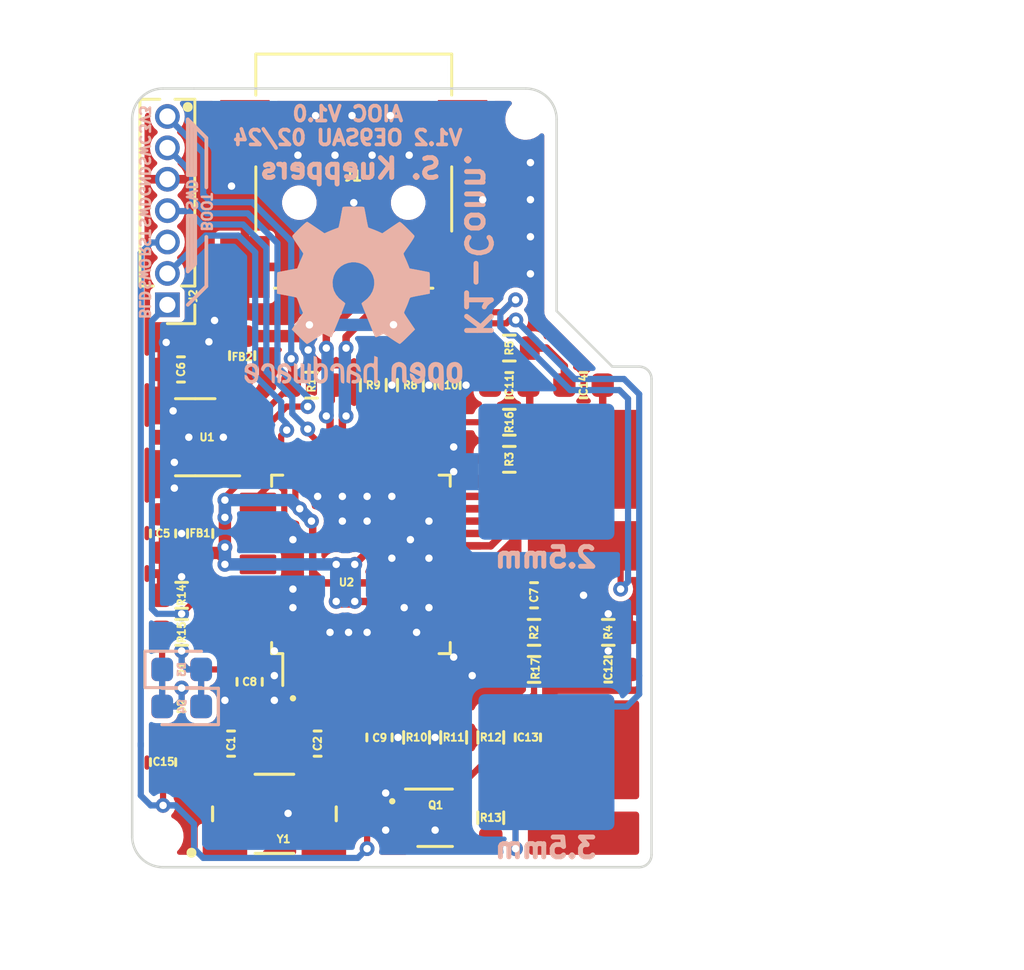
<source format=kicad_pcb>
(kicad_pcb (version 20221018) (generator pcbnew)
  (layers (0 "F.Cu" signal) (31 "B.Cu" signal) (34 "B.Paste" user) (35 "F.Paste" user) (36 "B.SilkS" user "B.Silkscreen") (37 "F.SilkS" user "F.Silkscreen") (38 "B.Mask" user) (39 "F.Mask" user) (44 "Edge.Cuts" user))
  (net 0 "")
  (net 1 "GND")
  (net 2 "/OSCIN")
  (net 3 "/OSCOUT")
  (net 4 "/SWCLK")
  (net 5 "/SWDIO")
  (net 6 "/USB-DP")
  (net 7 "/USB-DN")
  (net 8 "+3V3")
  (net 9 "/VIN")
  (net 10 "/VBUS")
  (net 11 "Net-(C12-Pad1)")
  (net 12 "Net-(C14-Pad1)")
  (net 13 "/USART-RX")
  (net 14 "/USART-TX")
  (net 15 "/PTT1")
  (net 16 "/PTT2")
  (net 17 "/AFIN")
  (net 18 "/RADIO-MIC")
  (net 19 "/RADIO-SPK")
  (net 20 "/AFOUT")
  (net 21 "/RADIO-RX-PTT1")
  (net 22 "/RADIO-TX")
  (net 23 "/RADIO-VP-PTT2")
  (net 24 "/NRST")
  (net 25 "/SWO")
  (net 26 "/BOOT0")
  (net 27 "/DAC_ATTEN")
  (net 47 "Net-(R15-Pad2)")
  (net 48 "Net-(Q1-Pad6)")
  (net 49 "Net-(Q1-Pad5)")
  (net 50 "Net-(Q1-Pad3)")
  (net 51 "Net-(Q1-Pad2)")
  (net 52 "Net-(D1-Pad2)")
  (net 53 "Net-(D1-Pad1)")
  (net 54 "VOUT")
  (footprint "Resistor_SMD:R_0603_1608Metric" (layer "F.Cu") (at 119.75 102 180)
    (fp_text reference "R2")
    (fp_text value "10K")
  )
  (footprint "LED_SMD:LED_0603_1608Metric" (layer "F.Cu") (at 105.5 105 180)
    (fp_text reference "D2")
    (fp_text value "RED")
  )
  (footprint "Capacitor_SMD:C_0603_1608Metric" (layer "F.Cu") (at 118.75 92 180)
    (fp_text reference "C11")
    (fp_text value "10n/NP0")
  )
  (footprint "Resistor_SMD:R_0603_1608Metric" (layer "F.Cu") (at 105.5 102)
    (fp_text reference "R15")
    (fp_text value "220R")
  )
  (footprint "Connector_USB:USB_Mini-B_Wuerth_65100516121_Horizontal" (layer "F.Cu") (at 112.4604 84.6176 180)
    (fp_text reference "J1")
    (fp_text value "12401832E402A")
  )
  (footprint "Capacitor_SMD:C_0603_1608Metric" (layer "F.Cu") (at 107.5 106.5 180)
    (fp_text reference "C1")
    (fp_text value "22p/NP0")
  )
  (footprint "LED_SMD:LED_0603_1608Metric" (layer "F.Cu") (at 105.5 103.5)
    (fp_text reference "D1")
    (fp_text value "GREEN")
  )
  (footprint "Capacitor_SMD:C_0603_1608Metric" (layer "F.Cu") (at 113.5 106.25 -90)
    (fp_text reference "C9")
    (fp_text value "100n")
  )
  (footprint "Capacitor_SMD:C_0603_1608Metric" (layer "F.Cu") (at 122.75 103.5)
    (fp_text reference "C12")
    (fp_text value "100n")
  )
  (footprint "Resistor_SMD:R_0603_1608Metric" (layer "F.Cu") (at 118 109.5 -90)
    (fp_text reference "R13")
    (fp_text value "22R")
  )
  (footprint "Inductor_SMD:L_0603_1608Metric" (layer "F.Cu") (at 107.95 90.8049 90)
    (fp_text reference "FB2")
    (fp_text value "600R@100MHz")
  )
  (footprint "Resistor_SMD:R_0603_1608Metric" (layer "F.Cu") (at 114.75 92 -90)
    (fp_text reference "R8")
    (fp_text value "220R")
  )
  (footprint "Resistor_SMD:R_0603_1608Metric" (layer "F.Cu") (at 116.5 106.25 -90)
    (fp_text reference "R11")
    (fp_text value "2.2K")
  )
  (footprint "Resistor_SMD:R_0603_1608Metric" (layer "F.Cu") (at 113.25 92 -90)
    (fp_text reference "R9")
    (fp_text value "220R")
  )
  (footprint "Package_QFP:LQFP-48_7x7mm_P0.5mm" (layer "F.Cu") (at 112.75 99.25 90)
    (fp_text reference "U2")
    (fp_text value "STM32F373CBTx")
  )
  (footprint "Capacitor_SMD:C_0603_1608Metric" (layer "F.Cu") (at 105.4732 91.3638 180)
    (fp_text reference "C6")
    (fp_text value "4.7u/10V/X5R")
  )
  (footprint "Resistor_SMD:R_0603_1608Metric" (layer "F.Cu") (at 122.75 102 180)
    (fp_text reference "R4")
    (fp_text value "220R")
  )
  (footprint "Inductor_SMD:L_0603_1608Metric" (layer "F.Cu") (at 106.25 98 90)
    (fp_text reference "FB1")
    (fp_text value "600R@100MHz")
  )
  (footprint "Capacitor_SMD:C_0603_1608Metric" (layer "F.Cu") (at 111 106.5)
    (fp_text reference "C2")
    (fp_text value "22p/NP0")
  )
  (footprint "Resistor_SMD:R_0603_1608Metric" (layer "F.Cu") (at 115 106.25 -90)
    (fp_text reference "R10")
    (fp_text value "2.2K")
  )
  (footprint "Resistor_SMD:R_0603_1608Metric" (layer "F.Cu") (at 110.75 92)
    (fp_text reference "R1")
    (fp_text value "1.5K")
  )
  (footprint "Capacitor_SMD:C_0603_1608Metric" (layer "F.Cu") (at 104.75 98 -90)
    (fp_text reference "C5")
    (fp_text value "4.7u/10V/X5R")
  )
  (footprint "Package_TO_SOT_SMD:SOT-363_SC-70-6" (layer "F.Cu") (at 115.75 109.5)
    (fp_text reference "Q1")
    (fp_text value "BC847BS")
  )
  (footprint "Capacitor_SMD:C_0603_1608Metric" (layer "F.Cu") (at 121.75 92)
    (fp_text reference "C14")
    (fp_text value "4.7u/10V/X5R")
  )
  (footprint "Resistor_SMD:R_0603_1608Metric" (layer "F.Cu") (at 119.75 103.5 180)
    (fp_text reference "R17")
    (fp_text value "N.M.")
  )
  (footprint "Resistor_SMD:R_0603_1608Metric" (layer "F.Cu") (at 118.75 90.5)
    (fp_text reference "R5")
    (fp_text value "2.2K")
  )
  (footprint "Capacitor_SMD:C_0603_1608Metric" (layer "F.Cu") (at 104.75 107.25 90)
    (fp_text reference "C15")
    (fp_text value "100n")
  )
  (footprint "Capacitor_SMD:C_0603_1608Metric" (layer "F.Cu") (at 119.75 100.5)
    (fp_text reference "C7")
    (fp_text value "4.7u/10V/X5R")
  )
  (footprint "Connector_PinHeader_1.27mm:PinHeader_1x07_P1.27mm_Vertical" (layer "F.Cu") (at 104.925 88.75 180)
    (fp_text reference "J2")
    (fp_text value "Conn_01x07_Male")
  )
  (footprint "Capacitor_SMD:C_0603_1608Metric" (layer "F.Cu") (at 108.25 104 -90)
    (fp_text reference "C8")
    (fp_text value "100n")
  )
  (footprint "Resistor_SMD:R_0603_1608Metric" (layer "F.Cu") (at 118.75 93.5)
    (fp_text reference "R16")
    (fp_text value "5.1K")
  )
  (footprint "Resistor_SMD:R_0603_1608Metric" (layer "F.Cu") (at 118.75 95)
    (fp_text reference "R3")
    (fp_text value "5.1K")
  )
  (footprint "AIOC:TOOLING-HOLE" (layer "F.Cu") (at 104.75 110.25)
    (fp_text reference "H2" hide)
    (fp_text value "ToolingHole")
  )
  (footprint "Capacitor_SMD:C_0603_1608Metric" (layer "F.Cu") (at 116.25 92 90)
    (fp_text reference "C10")
    (fp_text value "4.7u/10V/X5R")
  )
  (footprint "Resistor_SMD:R_0603_1608Metric" (layer "F.Cu") (at 105.5 100.5)
    (fp_text reference "R14")
    (fp_text value "2.2K")
  )
  (footprint "Package_TO_SOT_SMD:SOT-23-3" (layer "F.Cu") (at 106.0505 94.107 180)
    (fp_text reference "U1")
    (fp_text value "SOT-23-3")
  )
  (footprint "AIOC:TOOLING-HOLE" (layer "F.Cu") (at 119.413 81.25)
    (fp_text reference "H1" hide)
    (fp_text value "ToolingHole")
  )
  (footprint "Downloads:XTAL_ABM3B-8.000MHZ-10-D1G-T" (layer "F.Cu") (at 109.252 109.3408 90)
    (fp_text reference "Y1")
    (fp_text value "XTAL_ABM3B-8.000MHZ-10-D1G-T")
  )
  (footprint "Capacitor_SMD:C_0603_1608Metric" (layer "F.Cu") (at 119.5 106.25 -90)
    (fp_text reference "C13")
    (fp_text value "4.7u/10V/X5R")
  )
  (footprint "Resistor_SMD:R_0603_1608Metric" (layer "F.Cu") (at 118 106.25 -90)
    (fp_text reference "R12")
    (fp_text value "22R")
  )
  (footprint "LED_SMD:LED_0603_1608Metric" (layer "B.Cu") (at 105.5066 104.9976 180)
    (fp_text reference "D4")
    (fp_text value "N.M.")
  )
  (footprint "LED_SMD:LED_0603_1608Metric" (layer "B.Cu") (at 105.5065 103.499)
    (fp_text reference "D3")
    (fp_text value "N.M.")
  )
  (footprint "Symbol:OSHW-Logo2_9.8x8mm_SilkScreen" (layer "B.Cu") (at 112.4458 88.4936 180)
    (fp_text reference "REF**" hide)
    (fp_text value "OSHW-Logo2_9.8x8mm_SilkScreen" hide)
  )
  (gr_line (start 105.9 85.15) (end 105.9 87.25) (stroke (width 0.15)) (layer "B.SilkS"))
  (gr_line (start 105.75 87.4) (end 105.75 85.15) (stroke (width 0.15)) (layer "B.SilkS"))
  (gr_line (start 105.75 85.15) (end 106.05 85.15) (stroke (width 0.15)) (layer "B.SilkS"))
  (gr_line (start 105.75 88.75) (end 106.5 88) (stroke (width 0.15)) (layer "B.SilkS"))
  (gr_line (start 105.75 81.25) (end 106.5 82) (stroke (width 0.15)) (layer "B.SilkS"))
  (gr_line (start 105.75 83.5) (end 105.75 81.25) (stroke (width 0.15)) (layer "B.SilkS"))
  (gr_line (start 106.5 82) (end 106.5 84) (stroke (width 0.15)) (layer "B.SilkS"))
  (gr_line (start 105.75 83.5) (end 106.05 83.5) (stroke (width 0.15)) (layer "B.SilkS"))
  (gr_line (start 106.5 88) (end 106.5 86) (stroke (width 0.15)) (layer "B.SilkS"))
  (gr_line (start 106.05 87.1) (end 106.05 85.15) (stroke (width 0.15)) (layer "B.SilkS"))
  (gr_line (start 105.75 87.4) (end 106.05 87.1) (stroke (width 0.15)) (layer "B.SilkS"))
  (gr_line (start 105.9 81.4) (end 105.9 83.5) (stroke (width 0.15)) (layer "B.SilkS"))
  (gr_line (start 106.05 83.5) (end 106.05 81.55) (stroke (width 0.15)) (layer "B.SilkS"))
  (gr_circle (center 114.0156 108.831804) (end 114.031241 108.730204) (stroke (width 0.05)) (fill solid) (layer "F.SilkS"))
  (gr_circle (center 105.75 80.75) (end 105.85 80.75) (stroke (width 0.2)) (fill none) (layer "F.SilkS"))
  (gr_circle (center 110.0024 104.6674) (end 110.018041 104.5658) (stroke (width 0.05)) (fill solid) (layer "F.SilkS"))
  (gr_line (start 120.663 89) (end 120.663 81.25) (stroke (width 0.1)) (layer "Edge.Cuts"))
  (gr_line (start 103.5 110.25) (end 103.5 81.25) (stroke (width 0.1)) (layer "Edge.Cuts"))
  (gr_line (start 122.913 91.25) (end 124 91.25) (stroke (width 0.1)) (layer "Edge.Cuts"))
  (gr_line (start 124.5 91.75) (end 124.5 111) (stroke (width 0.1)) (layer "Edge.Cuts"))
  (gr_line (start 124 111.5) (end 104.75 111.5) (stroke (width 0.1)) (layer "Edge.Cuts"))
  (gr_arc (start 124.5 111) (mid 124.353553 111.353553) (end 124 111.5) (stroke (width 0.1)) (layer "Edge.Cuts"))
  (gr_line (start 122.913 91.25) (end 120.663 89) (stroke (width 0.1)) (layer "Edge.Cuts"))
  (gr_arc (start 119.413 80) (mid 120.296883 80.366117) (end 120.663 81.25) (stroke (width 0.1)) (layer "Edge.Cuts"))
  (gr_arc (start 103.5 81.25) (mid 103.866117 80.366117) (end 104.75 80) (stroke (width 0.1)) (layer "Edge.Cuts"))
  (gr_line (start 106 80) (end 119.413 80) (stroke (width 0.1)) (layer "Edge.Cuts"))
  (gr_arc (start 124 91.25) (mid 124.353553 91.396447) (end 124.5 91.75) (stroke (width 0.1)) (layer "Edge.Cuts"))
  (gr_line (start 106 80) (end 104.75 80) (stroke (width 0.1)) (layer "Edge.Cuts"))
  (gr_arc (start 104.75 111.5) (mid 103.866117 111.133883) (end 103.5 110.25) (stroke (width 0.1)) (layer "Edge.Cuts"))
  (gr_text "RST" (at 104 86.25 270) (layer "B.SilkS") (effects (font (size 0.4 0.4) (thickness 0.1)) (justify mirror)))
  (gr_text "SWD" (at 104 85 270) (layer "B.SilkS") (effects (font (size 0.4 0.4) (thickness 0.1)) (justify mirror)))
  (gr_text "SWO" (at 104 87.5 270) (layer "B.SilkS") (effects (font (size 0.4 0.4) (thickness 0.1)) (justify mirror)))
  (gr_text "GND" (at 104 83.75 270) (layer "B.SilkS") (effects (font (size 0.4 0.4) (thickness 0.1)) (justify mirror)))
  (gr_text "BLD" (at 104 88.75 270) (layer "B.SilkS") (effects (font (size 0.4 0.4) (thickness 0.1)) (justify mirror)))
  (gr_text "3V3" (at 104 81.25 270) (layer "B.SilkS") (effects (font (size 0.4 0.4) (thickness 0.1)) (justify mirror)))
  (gr_text "AIOC V1.0\nV1.2 OE9SAU 02/24" (at 112.2172 81.5086) (layer "B.SilkS") (effects (font (size 0.6 0.6)) (justify mirror)))
  (gr_text "3.5mm" (at 120.2182 110.7186) (layer "B.SilkS") (effects (font (size 0.8 0.8) (thickness 0.2)) (justify mirror)))
  (gr_text "SWD" (at 105.9 84.3 270) (layer "B.SilkS") (effects (font (size 0.4 0.4) (thickness 0.1)) (justify mirror)))
  (gr_text "S. Kueppers" (at 112.3188 83.2358) (layer "B.SilkS") (effects (font (size 0.8 0.8) (thickness 0.2)) (justify mirror)))
  (gr_text "K1-Conn." (at 117.475 86.3346 270) (layer "B.SilkS") (effects (font (size 1 1) (thickness 0.2)) (justify mirror)))
  (gr_text "2.5mm" (at 120.2182 98.9686) (layer "B.SilkS") (effects (font (size 0.8 0.8) (thickness 0.2)) (justify mirror)))
  (gr_text "SWC" (at 104 82.5 270) (layer "B.SilkS") (effects (font (size 0.4 0.4) (thickness 0.1)) (justify mirror)))
  (gr_text "BOOT" (at 106.5 85 270) (layer "B.SilkS") (effects (font (size 0.4 0.4) (thickness 0.1)) (justify mirror)))
  (segment (start 113.5 102.5) (end 113.5 103.4125) (width 0.3) (layer "F.Cu") (net 1))
  (segment (start 123.525 103.5) (end 123.525 102.05) (width 0.3) (layer "F.Cu") (net 1))
  (segment (start 113 102) (end 113.5 102.5) (width 0.3) (layer "F.Cu") (net 1))
  (segment (start 109.5 101.5) (end 110 101) (width 0.3) (layer "F.Cu") (net 1))
  (segment (start 123.525 102.05) (end 123.575 102) (width 0.25) (layer "F.Cu") (net 1))
  (segment (start 108.5875 101.5) (end 109.5 101.5) (width 0.3) (layer "F.Cu") (net 1))
  (via (at 114.25 106.25) (size 0.6) (drill 0.3) (layers "F.Cu" "B.Cu") (net 1))
  (via (at 115.5 97.5) (size 0.6) (drill 0.3) (layers "F.Cu" "B.Cu") (net 1))
  (via (at 113.20227 82.697193) (size 0.6) (drill 0.3) (layers "F.Cu" "B.Cu") (net 1))
  (via (at 116.5 94.5) (size 0.6) (drill 0.3) (layers "F.Cu" "B.Cu") (net 1))
  (via (at 119.6036 82.997) (size 0.6) (drill 0.3) (layers "F.Cu" "B.Cu") (net 1))
  (via (at 105.156 93.0402) (size 0.6) (drill 0.3) (layers "F.Cu" "B.Cu") (net 1))
  (via (at 105.2068 96.1644) (size 0.6) (drill 0.3) (layers "F.Cu" "B.Cu") (net 1))
  (via (at 115 102) (size 0.6) (drill 0.3) (layers "F.Cu" "B.Cu") (net 1))
  (via (at 113 96.5) (size 0.6) (drill 0.3) (layers "F.Cu" "B.Cu") (net 1))
  (via (at 110 100.25) (size 0.6) (drill 0.3) (layers "F.Cu" "B.Cu") (net 1))
  (via (at 119.6036 84.497) (size 0.6) (drill 0.3) (layers "F.Cu" "B.Cu") (net 1))
  (via (at 109.25 103.75) (size 0.6) (drill 0.3) (layers "F.Cu" "B.Cu") (net 1))
  (via (at 112.25 102) (size 0.6) (drill 0.3) (layers "F.Cu" "B.Cu") (net 1))
  (via (at 113.75 110) (size 0.6) (drill 0.3) (layers "F.Cu" "B.Cu") (net 1))
  (via (at 110.9168 81.0962) (size 0.6) (drill 0.3) (layers "F.Cu" "B.Cu") (net 1))
  (via (at 112 97.5) (size 0.6) (drill 0.3) (layers "F.Cu" "B.Cu") (net 1))
  (via (at 104.8766 90.2716) (size 0.6) (drill 0.3) (layers "F.Cu" "B.Cu") (net 1))
  (via (at 105.5 98) (size 0.6) (drill 0.3) (layers "F.Cu" "B.Cu") (net 1))
  (via (at 110 98.25) (size 0.6) (drill 0.3) (layers "F.Cu" "B.Cu") (net 1))
  (via (at 114 99) (size 0.6) (drill 0.3) (layers "F.Cu" "B.Cu") (net 1))
  (via (at 117.6732 84.4998) (size 0.6) (drill 0.3) (layers "F.Cu" "B.Cu") (net 1))
  (via (at 112.4604 84.6176) (size 0.6) (drill 0.3) (layers "F.Cu" "B.Cu") (net 1))
  (via (at 117 92) (size 0.6) (drill 0.3) (layers "F.Cu" "B.Cu") (net 1))
  (via (at 109.25 102.75) (size 0.6) (drill 0.3) (layers "F.Cu" "B.Cu") (net 1))
  (via (at 114.5 101) (size 0.6) (drill 0.3) (layers "F.Cu" "B.Cu") (net 1))
  (via (at 105.5 99.75) (size 0.6) (drill 0.3) (layers "F.Cu" "B.Cu") (net 1))
  (via (at 117.25 103.75) (size 0.6) (drill 0.3) (layers "F.Cu" "B.Cu") (net 1))
  (via (at 110 101) (size 0.6) (drill 0.3) (layers "F.Cu" "B.Cu") (net 1))
  (via (at 114 92) (size 0.6) (drill 0.3) (layers "F.Cu" "B.Cu") (net 1))
  (via (at 113 97.5) (size 0.6) (drill 0.3) (layers "F.Cu" "B.Cu") (net 1))
  (via (at 113 102) (size 0.6) (drill 0.3) (layers "F.Cu" "B.Cu") (net 1))
  (via (at 107.188 94.107) (size 0.6) (drill 0.3) (layers "F.Cu" "B.Cu") (net 1))
  (via (at 106.8324 89.3826) (size 0.6) (drill 0.3) (layers "F.Cu" "B.Cu") (net 1))
  (via (at 113.9394 81.0962) (size 0.6) (drill 0.3) (layers "F.Cu" "B.Cu") (net 1))
  (via (at 110.617 90.5764) (size 0.6) (drill 0.3) (layers "F.Cu" "B.Cu") (net 1))
  (via (at 107.25 104.75) (size 0.6) (drill 0.3) (layers "F.Cu" "B.Cu") (net 1))
  (via (at 112.39 81.0962) (size 0.6) (drill 0.3) (layers "F.Cu" "B.Cu") (net 1))
  (via (at 105.791 94.107) (size 0.6) (drill 0.3) (layers "F.Cu" "B.Cu") (net 1))
  (via (at 109.8042 109.3216) (size 0.6) (drill 0.3) (layers "F.Cu" "B.Cu") (net 1))
  (via (at 105.2068 95.123) (size 0.6) (drill 0.3) (layers "F.Cu" "B.Cu") (net 1))
  (via (at 121.75 100.5) (size 0.6) (drill 0.3) (layers "F.Cu" "B.Cu") (net 1))
  (via (at 116.5 95.5) (size 0.6) (drill 0.3) (layers "F.Cu" "B.Cu") (net 1))
  (via (at 114.75 98.25) (size 0.6) (drill 0.3) (layers "F.Cu" "B.Cu") (net 1))
  (via (at 115.75 110) (size 0.6) (drill 0.3) (layers "F.Cu" "B.Cu") (net 1))
  (via (at 114 96.5) (size 0.6) (drill 0.3) (layers "F.Cu" "B.Cu") (net 1))
  (via (at 113.75 108.5) (size 0.6) (drill 0.3) (layers "F.Cu" "B.Cu") (net 1))
  (via (at 114.7014 82.6964) (size 0.6) (drill 0.3) (layers "F.Cu" "B.Cu") (net 1))
  (via (at 112 96.5) (size 0.6) (drill 0.3) (layers "F.Cu" "B.Cu") (net 1))
  (via (at 116.5 103) (size 0.6) (drill 0.3) (layers "F.Cu" "B.Cu") (net 1))
  (via (at 107.5182 83.947) (size 0.6) (drill 0.3) (layers "F.Cu" "B.Cu") (net 1))
  (via (at 111.70227 82.697193) (size 0.6) (drill 0.3) (layers "F.Cu" "B.Cu") (net 1))
  (via (at 122.75 101.25) (size 0.6) (drill 0.3) (layers "F.Cu" "B.Cu") (net 1))
  (via (at 115.5 99) (size 0.6) (drill 0.3) (layers "F.Cu" "B.Cu") (net 1))
  (via (at 106.6038 90.2462) (size 0.6) (drill 0.3) (layers "F.Cu" "B.Cu") (net 1))
  (via (at 111 96.5) (size 0.6) (drill 0.3) (layers "F.Cu" "B.Cu") (net 1))
  (via (at 115.5 101) (size 0.6) (drill 0.3) (layers "F.Cu" "B.Cu") (net 1))
  (via (at 111.5 102) (size 0.6) (drill 0.3) (layers "F.Cu" "B.Cu") (net 1))
  (via (at 119.6036 85.997) (size 0.6) (drill 0.3) (layers "F.Cu" "B.Cu") (net 1))
  (via (at 109.25 104.75) (size 0.6) (drill 0.3) (layers "F.Cu" "B.Cu") (net 1))
  (via (at 115.5 92) (size 0.6) (drill 0.3) (layers "F.Cu" "B.Cu") (net 1))
  (via (at 119.6036 87.497) (size 0.6) (drill 0.3) (layers "F.Cu" "B.Cu") (net 1))
  (via (at 110.20227 82.697193) (size 0.6) (drill 0.3) (layers "F.Cu" "B.Cu") (net 1))
  (via (at 122.75 102.75) (size 0.6) (drill 0.3) (layers "F.Cu" "B.Cu") (net 1))
  (via (at 115.75 106.25) (size 0.6) (drill 0.3) (layers "F.Cu" "B.Cu") (net 1))
  (segment (start 108.9406 106.423004) (end 108.9406 110.2614) (width 0.25) (layer "F.Cu") (net 2))
  (segment (start 108.863604 106.5) (end 108.472183 106.5) (width 0.25) (layer "F.Cu") (net 2))
  (segment (start 108.6612 110.5408) (end 107.252 110.5408) (width 0.25) (layer "F.Cu") (net 2))
  (segment (start 110.363604 105) (end 108.863604 106.5) (width 0.25) (layer "F.Cu") (net 2))
  (segment (start 112 104.363604) (end 111.363604 105) (width 0.25) (layer "F.Cu") (net 2))
  (segment (start 112 103.4125) (end 112 104.363604) (width 0.25) (layer "F.Cu") (net 2))
  (segment (start 108.9406 110.2614) (end 108.6612 110.5408) (width 0.25) (layer "F.Cu") (net 2))
  (segment (start 108.951802 106.411802) (end 108.9406 106.423004) (width 0.2) (layer "F.Cu") (net 2))
  (segment (start 111.363604 105) (end 110.363604 105) (width 0.25) (layer "F.Cu") (net 2))
  (segment (start 108.525 106.5) (end 108.275 106.75) (width 0.25) (layer "F.Cu") (net 2))
  (segment (start 112.5 103.4125) (end 112.5 104.5) (width 0.25) (layer "F.Cu") (net 3))
  (segment (start 111.55 105.45) (end 110.55 105.45) (width 0.25) (layer "F.Cu") (net 3))
  (segment (start 112.5 104.5) (end 111.55 105.45) (width 0.25) (layer "F.Cu") (net 3))
  (segment (start 110.225 105.775) (end 110.225 107.1138) (width 0.25) (layer "F.Cu") (net 3))
  (segment (start 110.55 105.45) (end 110.225 105.775) (width 0.25) (layer "F.Cu") (net 3))
  (segment (start 110.225 107.1138) (end 111.252 108.1408) (width 0.25) (layer "F.Cu") (net 3))
  (segment (start 109.05 96.0375) (end 108.5875 96.5) (width 0.25) (layer "F.Cu") (net 4))
  (segment (start 110.6 92.866006) (end 109.743948 92.866006) (width 0.25) (layer "F.Cu") (net 4))
  (segment (start 109.743948 92.866006) (end 109.05 93.559954) (width 0.25) (layer "F.Cu") (net 4))
  (segment (start 109.05 93.559954) (end 109.05 96.0375) (width 0.25) (layer "F.Cu") (net 4))
  (via (at 110.6 92.866006) (size 0.6) (drill 0.3) (layers "F.Cu" "B.Cu") (net 4))
  (segment (start 109.375 86.257208) (end 108.167792 85.05) (width 0.25) (layer "B.Cu") (net 4))
  (segment (start 109.375 91.258884) (end 109.375 86.257208) (width 0.25) (layer "B.Cu") (net 4))
  (segment (start 108.167792 85.05) (end 106.505408 85.05) (width 0.25) (layer "B.Cu") (net 4))
  (segment (start 110.6 92.483884) (end 109.375 91.258884) (width 0.25) (layer "B.Cu") (net 4))
  (segment (start 105.925 83.42) (end 104.925 82.42) (width 0.25) (layer "B.Cu") (net 4))
  (segment (start 105.925 84.469592) (end 105.925 83.42) (width 0.25) (layer "B.Cu") (net 4))
  (segment (start 110.6 92.866006) (end 110.6 92.483884) (width 0.25) (layer "B.Cu") (net 4))
  (segment (start 106.505408 85.05) (end 105.925 84.469592) (width 0.25) (layer "B.Cu") (net 4))
  (segment (start 110.499747 93.784062) (end 111 94.284315) (width 0.25) (layer "F.Cu") (net 5))
  (segment (start 111 94.284315) (end 111 95.0875) (width 0.25) (layer "F.Cu") (net 5))
  (via (at 110.6 93.774076) (size 0.6) (drill 0.3) (layers "F.Cu" "B.Cu") (net 5))
  (segment (start 106.319012 85.5) (end 105.779012 84.96) (width 0.25) (layer "B.Cu") (net 5))
  (segment (start 110.6 93.774076) (end 109.975 93.149076) (width 0.25) (layer "B.Cu") (net 5))
  (segment (start 108.925 91.44528) (end 108.925 86.443604) (width 0.25) (layer "B.Cu") (net 5))
  (segment (start 107.981396 85.5) (end 106.319012 85.5) (width 0.25) (layer "B.Cu") (net 5))
  (segment (start 105.779012 84.96) (end 104.925 84.96) (width 0.25) (layer "B.Cu") (net 5))
  (segment (start 109.975 93.149076) (end 109.975 92.49528) (width 0.25) (layer "B.Cu") (net 5))
  (segment (start 108.925 86.443604) (end 107.981396 85.5) (width 0.25) (layer "B.Cu") (net 5))
  (segment (start 109.975 92.49528) (end 108.925 91.44528) (width 0.25) (layer "B.Cu") (net 5))
  (segment (start 111.575 92.625) (end 111.575 92) (width 0.25) (layer "F.Cu") (net 6))
  (segment (start 112.4604 88.849) (end 111.35 89.9594) (width 0.3) (layer "F.Cu") (net 6))
  (segment (start 111.35 93.25) (end 111.35 92.85) (width 0.25) (layer "F.Cu") (net 6))
  (segment (start 112.4604 87.2176) (end 112.4604 88.849) (width 0.3) (layer "F.Cu") (net 6))
  (segment (start 111.35 89.9594) (end 111.35 90.5) (width 0.3) (layer "F.Cu") (net 6))
  (segment (start 111.35 92.85) (end 111.575 92.625) (width 0.25) (layer "F.Cu") (net 6))
  (segment (start 111.5 95.0875) (end 111.5 93.4) (width 0.3) (layer "F.Cu") (net 6))
  (segment (start 111.5 93.4) (end 111.35 93.25) (width 0.3) (layer "F.Cu") (net 6))
  (via (at 111.35 90.5) (size 0.6) (drill 0.3) (layers "F.Cu" "B.Cu") (net 6))
  (via (at 111.35 93.25) (size 0.6) (drill 0.3) (layers "F.Cu" "B.Cu") (net 6))
  (segment (start 111.35 90.5) (end 111.4 90.55) (width 0.5) (layer "B.Cu") (net 6))
  (segment (start 111.4 90.55) (end 111.4 93.2) (width 0.5) (layer "B.Cu") (net 6))
  (segment (start 111.4 93.2) (end 111.35 93.25) (width 0.5) (layer "B.Cu") (net 6))
  (segment (start 112 95.0875) (end 112 93.4) (width 0.3) (layer "F.Cu") (net 7))
  (segment (start 113.2604 88.938) (end 112.15 90.0484) (width 0.3) (layer "F.Cu") (net 7))
  (segment (start 113.2604 87.2176) (end 113.2604 88.938) (width 0.3) (layer "F.Cu") (net 7))
  (segment (start 112.15 90.0484) (end 112.15 90.5) (width 0.3) (layer "F.Cu") (net 7))
  (segment (start 112 93.4) (end 112.15 93.25) (width 0.3) (layer "F.Cu") (net 7))
  (segment (start 112.15 90.619239) (end 112.15 90.5) (width 0.3) (layer "F.Cu") (net 7))
  (via (at 112.15 90.5) (size 0.6) (drill 0.3) (layers "F.Cu" "B.Cu") (net 7))
  (via (at 112.15 93.25) (size 0.6) (drill 0.3) (layers "F.Cu" "B.Cu") (net 7))
  (segment (start 112.1 93.2) (end 112.15 93.25) (width 0.5) (layer "B.Cu") (net 7))
  (segment (start 112.1 90.55) (end 112.1 93.2) (width 0.5) (layer "B.Cu") (net 7))
  (segment (start 112.15 90.5) (end 112.1 90.55) (width 0.5) (layer "B.Cu") (net 7))
  (segment (start 107.25 98.55) (end 107.25 99) (width 0.5) (layer "F.Cu") (net 8))
  (segment (start 116 96.5) (end 115.25 96.5) (width 0.3) (layer "F.Cu") (net 8))
  (segment (start 112.5 100.75) (end 113 100.75) (width 0.3) (layer "F.Cu") (net 8))
  (segment (start 112.5 100.75) (end 111.75 100.75) (width 0.5) (layer "F.Cu") (net 8))
  (segment (start 110.1 96.85) (end 110.75 97.5) (width 0.25) (layer "F.Cu") (net 8))
  (segment (start 110 102.25) (end 110.5 101.75) (width 0.3) (layer "F.Cu") (net 8))
  (segment (start 117.925 93.5) (end 116.25 93.5) (width 0.25) (layer "F.Cu") (net 8))
  (segment (start 114 103.4125) (end 114 104.5) (width 0.3) (layer "F.Cu") (net 8))
  (segment (start 108.6 95.851104) (end 108.6 93.325) (width 0.25) (layer "F.Cu") (net 8))
  (segment (start 115.5 95.0875) (end 115.5 96.25) (width 0.3) (layer "F.Cu") (net 8))
  (segment (start 110.8 99.3) (end 110.8 101.45) (width 0.3) (layer "F.Cu") (net 8))
  (segment (start 108.25 102.75) (end 108.5875 102.4125) (width 0.25) (layer "F.Cu") (net 8))
  (segment (start 110.25 102) (end 108.5875 102) (width 0.3) (layer "F.Cu") (net 8))
  (segment (start 110.8 99.55) (end 110.8 99.3) (width 0.3) (layer "F.Cu") (net 8))
  (segment (start 109.925 92) (end 109.925 91.075) (width 0.25) (layer "F.Cu") (net 8))
  (segment (start 108.6 93.325) (end 109.925 92) (width 0.25) (layer "F.Cu") (net 8))
  (segment (start 116.9125 96.5) (end 116 96.5) (width 0.3) (layer "F.Cu") (net 8))
  (segment (start 113 100.75) (end 114 101.75) (width 0.3) (layer "F.Cu") (net 8))
  (segment (start 107.0375 98.7875) (end 107.25 99) (width 0.5) (layer "F.Cu") (net 8))
  (segment (start 118 100) (end 116.9125 100) (width 0.3) (layer "F.Cu") (net 8))
  (segment (start 110 95.0875) (end 110 95.972919) (width 0.25) (layer "F.Cu") (net 8))
  (segment (start 110.2745 97) (end 110.8 97.5255) (width 0.3) (layer "F.Cu") (net 8))
  (segment (start 107.25 97.35) (end 107.25 98.55) (width 0.5) (layer "F.Cu") (net 8))
  (segment (start 109.925 91.075) (end 110 91) (width 0.25) (layer "F.Cu") (net 8))
  (segment (start 116.9125 100) (end 111.25 100) (width 0.3) (layer "F.Cu") (net 8))
  (segment (start 111.25 100) (end 110.8 99.55) (width 0.3) (layer "F.Cu") (net 8))
  (segment (start 110.8 97.5255) (end 110.8 99.3) (width 0.3) (layer "F.Cu") (net 8))
  (segment (start 107.25 96.65) (end 107.25 96.534315) (width 0.25) (layer "F.Cu") (net 8))
  (segment (start 115.25 96.5) (end 113.25 98.5) (width 0.3) (layer "F.Cu") (net 8))
  (segment (start 116.25 93.5) (end 116.25 92.8625) (width 0.3) (layer "F.Cu") (net 8))
  (segment (start 118.5 100.5) (end 118 100) (width 0.3) (layer "F.Cu") (net 8))
  (segment (start 107.25 97.35) (end 107.25 96.65) (width 0.5) (layer "F.Cu") (net 8))
  (segment (start 112.5 99.25) (end 111.75 99.25) (width 0.5) (layer "F.Cu") (net 8))
  (segment (start 108.426104 96.025) (end 108.6 95.851104) (width 0.25) (layer "F.Cu") (net 8))
  (segment (start 107.25 96.534315) (end 107.759315 96.025) (width 0.25) (layer "F.Cu") (net 8))
  (segment (start 113.25 98.5) (end 112.5 99.25) (width 0.3) (layer "F.Cu") (net 8))
  (segment (start 113.5 105) (end 113.5 105.3875) (width 0.3) (layer "F.Cu") (net 8))
  (segment (start 115.5 95.0875) (end 115.5 94.25) (width 0.3) (layer "F.Cu") (net 8))
  (segment (start 110.5 101.75) (end 110.25 102) (width 0.3) (layer "F.Cu") (net 8))
  (segment (start 114 101.75) (end 114 103.4125) (width 0.3) (layer "F.Cu") (net 8))
  (segment (start 118.975 100.5) (end 118.5 100.5) (width 0.3) (layer "F.Cu") (net 8))
  (segment (start 110 95.972919) (end 110.1 96.072919) (width 0.25) (layer "F.Cu") (net 8))
  (segment (start 106.25 98.7875) (end 107.0375 98.7875) (width 0.5) (layer "F.Cu") (net 8))
  (segment (start 108.25 103.225) (end 108.25 102.75) (width 0.25) (layer "F.Cu") (net 8))
  (segment (start 107.25 99) (end 107.25 99.25) (width 0.5) (layer "F.Cu") (net 8))
  (segment (start 110 103.4125) (end 110 102.25) (width 0.3) (layer "F.Cu") (net 8))
  (segment (start 115.5 94.25) (end 116.25 93.5) (width 0.3) (layer "F.Cu") (net 8))
  (segment (start 114 104.5) (end 113.5 105) (width 0.3) (layer "F.Cu") (net 8))
  (segment (start 110.8 101.45) (end 110.5 101.75) (width 0.3) (layer "F.Cu") (net 8))
  (segment (start 107.759315 96.025) (end 108.426104 96.025) (width 0.25) (layer "F.Cu") (net 8))
  (segment (start 115.5 96.25) (end 115.25 96.5) (width 0.3) (layer "F.Cu") (net 8))
  (segment (start 107.2642 96.6358) (end 107.25 96.65) (width 0.2) (layer "F.Cu") (net 8))
  (segment (start 110.1 96.072919) (end 110.1 96.85) (width 0.25) (layer "F.Cu") (net 8))
  (segment (start 108.5875 102.4125) (end 108.5875 102) (width 0.25) (layer "F.Cu") (net 8))
  (via (at 110.2745 97) (size 0.6) (drill 0.3) (layers "F.Cu" "B.Cu") (net 8))
  (via (at 111.75 99.25) (size 0.6) (drill 0.3) (layers "F.Cu" "B.Cu") (net 8))
  (via (at 109.9312 90.932) (size 0.6) (drill 0.3) (layers "F.Cu" "B.Cu") (net 8))
  (via (at 112.5 99.25) (size 0.6) (drill 0.3) (layers "F.Cu" "B.Cu") (net 8))
  (via (at 107.25 99.25) (size 0.6) (drill 0.3) (layers "F.Cu" "B.Cu") (net 8))
  (via (at 110.75 97.5) (size 0.6) (drill 0.3) (layers "F.Cu" "B.Cu") (net 8))
  (via (at 111.75 100.75) (size 0.6) (drill 0.3) (layers "F.Cu" "B.Cu") (net 8))
  (via (at 107.25 96.65) (size 0.6) (drill 0.3) (layers "F.Cu" "B.Cu") (net 8))
  (via (at 107.25 98.55) (size 0.6) (drill 0.3) (layers "F.Cu" "B.Cu") (net 8))
  (via (at 112.5 100.75) (size 0.6) (drill 0.3) (layers "F.Cu" "B.Cu") (net 8))
  (via (at 107.25 97.35) (size 0.6) (drill 0.3) (layers "F.Cu" "B.Cu") (net 8))
  (segment (start 106.375 82.6) (end 106.375 84.283196) (width 0.25) (layer "B.Cu") (net 8))
  (segment (start 108.354188 84.6) (end 109.8804 86.126212) (width 0.25) (layer "B.Cu") (net 8))
  (segment (start 112.5 99.25) (end 112.5 100.75) (width 0.5) (layer "B.Cu") (net 8))
  (segment (start 109.8804 86.1314) (end 109.9312 86.1822) (width 0.25) (layer "B.Cu") (net 8))
  (segment (start 106.375 84.283196) (end 106.691804 84.6) (width 0.25) (layer "B.Cu") (net 8))
  (segment (start 110.2745 97) (end 110.25 97) (width 0.5) (layer "B.Cu") (net 8))
  (segment (start 107.25 99.25) (end 107.25 98.55) (width 0.5) (layer "B.Cu") (net 8))
  (segment (start 109.8804 90.8804) (end 110 91) (width 0.25) (layer "B.Cu") (net 8))
  (segment (start 109.8804 86.126212) (end 109.8804 86.1314) (width 0.25) (layer "B.Cu") (net 8))
  (segment (start 107.25 96.65) (end 107.25 97.35) (width 0.5) (layer "B.Cu") (net 8))
  (segment (start 112.1 99.25) (end 112.1 100.75) (width 0.5) (layer "B.Cu") (net 8))
  (segment (start 111.75 99.25) (end 112.25 99.25) (width 0.5) (layer "B.Cu") (net 8))
  (segment (start 110.25 97) (end 110.75 97.5) (width 0.5) (layer "B.Cu") (net 8))
  (segment (start 111.75 99.25) (end 111.75 100.75) (width 0.5) (layer "B.Cu") (net 8))
  (segment (start 111.75 99.25) (end 107.25 99.25) (width 0.5) (layer "B.Cu") (net 8))
  (segment (start 107.25 96.65) (end 109.9 96.65) (width 0.5) (layer "B.Cu") (net 8))
  (segment (start 106.691804 84.6) (end 108.354188 84.6) (width 0.25) (layer "B.Cu") (net 8))
  (segment (start 112.25 99.25) (end 112.5 99.25) (width 0.5) (layer "B.Cu") (net 8))
  (segment (start 104.925 81.15) (end 106.375 82.6) (width 0.25) (layer "B.Cu") (net 8))
  (segment (start 109.9 96.65) (end 110.75 97.5) (width 0.5) (layer "B.Cu") (net 8))
  (segment (start 109.9312 86.1822) (end 109.9312 90.8804) (width 0.25) (layer "B.Cu") (net 8))
  (segment (start 107.6962 91.8972) (end 106.7816 91.8972) (width 0.5) (layer "F.Cu") (net 9))
  (segment (start 106.7816 91.8972) (end 106.2482 91.3638) (width 0.5) (layer "F.Cu") (net 9))
  (segment (start 107.95 91.5924) (end 107.7214 91.3638) (width 0.2) (layer "F.Cu") (net 9))
  (segment (start 107.188 93.157) (end 107.9246 92.4204) (width 0.5) (layer "F.Cu") (net 9))
  (segment (start 107.9246 92.4204) (end 107.9246 91.6688) (width 0.5) (layer "F.Cu") (net 9))
  (segment (start 107.9246 91.6688) (end 107.6962 91.8972) (width 0.5) (layer "F.Cu") (net 9))
  (segment (start 107.9246 91.6688) (end 107.95 91.6434) (width 0.2) (layer "F.Cu") (net 9))
  (segment (start 107.95 91.6434) (end 107.95 91.5924) (width 0.2) (layer "F.Cu") (net 9))
  (segment (start 108.0008 90.0176) (end 110.2106 90.0176) (width 0.5) (layer "F.Cu") (net 10))
  (segment (start 110.2106 90.0176) (end 110.6678 89.5604) (width 0.5) (layer "F.Cu") (net 10))
  (segment (start 114.0918 89.5544) (end 114.0604 89.523) (width 0.2) (layer "F.Cu") (net 10))
  (segment (start 114.0604 89.523) (end 114.0604 87.2176) (width 0.5) (layer "F.Cu") (net 10))
  (via (at 110.6678 89.5604) (size 0.6) (drill 0.3) (layers "F.Cu" "B.Cu") (net 10))
  (via (at 114.0664 89.5544) (size 0.6) (drill 0.3) (layers "F.Cu" "B.Cu") (net 10))
  (segment (start 114.0604 89.5604) (end 114.0664 89.5544) (width 0.2) (layer "B.Cu") (net 10))
  (segment (start 110.6678 89.5604) (end 114.0604 89.5604) (width 0.5) (layer "B.Cu") (net 10))
  (segment (start 120.575 102) (end 121.925 102) (width 0.25) (layer "F.Cu") (net 11))
  (segment (start 120.575 103.5) (end 121.975 103.5) (width 0.25) (layer "F.Cu") (net 11))
  (segment (start 119.5 105.475) (end 119.5 104.75) (width 0.25) (layer "F.Cu") (net 11))
  (segment (start 121.925 102) (end 121.925 103.45) (width 0.25) (layer "F.Cu") (net 11))
  (segment (start 119.5 104.75) (end 119.75 104.5) (width 0.25) (layer "F.Cu") (net 11))
  (segment (start 119.75 104.5) (end 119.75 103.75) (width 0.25) (layer "F.Cu") (net 11))
  (segment (start 120 103.5) (end 120.575 103.5) (width 0.25) (layer "F.Cu") (net 11))
  (segment (start 119.75 103.75) (end 120 103.5) (width 0.25) (layer "F.Cu") (net 11))
  (segment (start 121.925 103.45) (end 121.975 103.5) (width 0.25) (layer "F.Cu") (net 11))
  (segment (start 120.975 91.225) (end 120.25 90.5) (width 0.3) (layer "F.Cu") (net 12))
  (segment (start 120.25 90.5) (end 119.575 90.5) (width 0.3) (layer "F.Cu") (net 12))
  (segment (start 120.975 92) (end 120.975 91.225) (width 0.3) (layer "F.Cu") (net 12))
  (segment (start 112.5 94.113604) (end 113.25 93.363604) (width 0.25) (layer "F.Cu") (net 13))
  (segment (start 113.25 93.363604) (end 113.25 92.9125) (width 0.25) (layer "F.Cu") (net 13))
  (segment (start 112.5 95.0875) (end 112.5 94.113604) (width 0.25) (layer "F.Cu") (net 13))
  (segment (start 113.5 93.75) (end 114.5 93.75) (width 0.25) (layer "F.Cu") (net 14))
  (segment (start 114.75 93.5) (end 114.75 92.9125) (width 0.25) (layer "F.Cu") (net 14))
  (segment (start 113 94.25) (end 113.5 93.75) (width 0.25) (layer "F.Cu") (net 14))
  (segment (start 114.5 93.75) (end 114.75 93.5) (width 0.25) (layer "F.Cu") (net 14))
  (segment (start 113 95.0875) (end 113 94.25) (width 0.25) (layer "F.Cu") (net 14))
  (segment (start 116.5 104.75) (end 116.5 105.3375) (width 0.25) (layer "F.Cu") (net 15))
  (segment (start 115.25 104.5) (end 116.25 104.5) (width 0.25) (layer "F.Cu") (net 15))
  (segment (start 116.25 104.5) (end 116.5 104.75) (width 0.25) (layer "F.Cu") (net 15))
  (segment (start 115 104.25) (end 115.25 104.5) (width 0.25) (layer "F.Cu") (net 15))
  (segment (start 115 103.4125) (end 115 104.25) (width 0.25) (layer "F.Cu") (net 15))
  (segment (start 115 104.886396) (end 115 105.425) (width 0.25) (layer "F.Cu") (net 16))
  (segment (start 114.5 103.4125) (end 114.5 104.386396) (width 0.25) (layer "F.Cu") (net 16))
  (segment (start 114.5 104.386396) (end 115 104.886396) (width 0.25) (layer "F.Cu") (net 16))
  (segment (start 118.75 97.75) (end 118.75 97.05) (width 0.3) (layer "F.Cu") (net 17))
  (segment (start 119 92) (end 119.525 92) (width 0.25) (layer "F.Cu") (net 17))
  (segment (start 117.925 90.5) (end 118.5 90.5) (width 0.25) (layer "F.Cu") (net 17))
  (segment (start 118.75 90.75) (end 118.75 91.75) (width 0.25) (layer "F.Cu") (net 17))
  (segment (start 118 98.5) (end 118.75 97.75) (width 0.3) (layer "F.Cu") (net 17))
  (segment (start 119.575 92.05) (end 119.525 92) (width 0.3) (layer "F.Cu") (net 17))
  (segment (start 118.75 97.05) (end 119.575 96.225) (width 0.3) (layer "F.Cu") (net 17))
  (segment (start 119.575 96.225) (end 119.575 93.5) (width 0.3) (layer "F.Cu") (net 17))
  (segment (start 119.575 93.5) (end 119.575 92.05) (width 0.3) (layer "F.Cu") (net 17))
  (segment (start 116.9125 98.5) (end 118 98.5) (width 0.3) (layer "F.Cu") (net 17))
  (segment (start 118.75 91.75) (end 119 92) (width 0.25) (layer "F.Cu") (net 17))
  (segment (start 118.5 90.5) (end 118.75 90.75) (width 0.25) (layer "F.Cu") (net 17))
  (segment (start 119.5 108.375) (end 120 108.875) (width 0.25) (layer "F.Cu") (net 18))
  (segment (start 119.5 107.025) (end 119.5 108.375) (width 0.25) (layer "F.Cu") (net 18))
  (segment (start 120 108.875) (end 120 109.75) (width 0.25) (layer "F.Cu") (net 18))
  (segment (start 122.525 92) (end 122.525 93.975) (width 0.3) (layer "F.Cu") (net 19))
  (segment (start 122.525 93.975) (end 122.5 94) (width 0.25) (layer "F.Cu") (net 19))
  (segment (start 118 101.5) (end 118.425 101.925) (width 0.25) (layer "F.Cu") (net 20))
  (segment (start 116.9125 101.5) (end 118 101.5) (width 0.25) (layer "F.Cu") (net 20))
  (segment (start 118.425 101.925) (end 119 101.925) (width 0.25) (layer "F.Cu") (net 20))
  (segment (start 115.116116 90.25) (end 114.75 90.616116) (width 0.25) (layer "F.Cu") (net 21))
  (segment (start 118.628536 89.5) (end 117.216682 89.5) (width 0.25) (layer "F.Cu") (net 21))
  (segment (start 119.011829 89.364195) (end 118.764341 89.364195) (width 0.25) (layer "F.Cu") (net 21))
  (segment (start 117.216682 89.5) (end 116.466682 90.25) (width 0.25) (layer "F.Cu") (net 21))
  (segment (start 119 110.75) (end 119 109) (width 0.25) (layer "F.Cu") (net 21))
  (segment (start 118.5875 108.5875) (end 118 108.5875) (width 0.25) (layer "F.Cu") (net 21))
  (segment (start 116.466682 90.25) (end 115.116116 90.25) (width 0.25) (layer "F.Cu") (net 21))
  (segment (start 114.75 90.616116) (end 114.75 91.0875) (width 0.25) (layer "F.Cu") (net 21))
  (segment (start 118.764341 89.364195) (end 118.628536 89.5) (width 0.25) (layer "F.Cu") (net 21))
  (segment (start 119 109) (end 118.5875 108.5875) (width 0.25) (layer "F.Cu") (net 21))
  (via (at 119 110.75) (size 0.6) (drill 0.3) (layers "F.Cu" "B.Cu") (net 21))
  (via (at 119.011829 89.364195) (size 0.6) (drill 0.3) (layers "F.Cu" "B.Cu") (net 21))
  (segment (start 124 92.363604) (end 123.386396 91.75) (width 0.25) (layer "B.Cu") (net 21))
  (segment (start 121.397634 91.75) (end 119.011829 89.364195) (width 0.25) (layer "B.Cu") (net 21))
  (segment (start 124 103.75) (end 124 92.363604) (width 0.25) (layer "B.Cu") (net 21))
  (segment (start 123.386396 91.75) (end 121.397634 91.75) (width 0.25) (layer "B.Cu") (net 21))
  (segment (start 123.5 105) (end 122.5 105) (width 0.25) (layer "B.Cu") (net 21))
  (segment (start 124 104.5) (end 123.5 105) (width 0.25) (layer "B.Cu") (net 21))
  (segment (start 124 103.75) (end 124 104.5) (width 0.25) (layer "B.Cu") (net 21))
  (segment (start 119 110.75) (end 119 109) (width 0.25) (layer "B.Cu") (net 21))
  (segment (start 123.25 100.25) (end 123.25 98.75) (width 0.25) (layer "F.Cu") (net 22))
  (segment (start 117.030286 89.05) (end 118.44214 89.05) (width 0.25) (layer "F.Cu") (net 22))
  (segment (start 113.5 90.25) (end 114.47972 90.25) (width 0.25) (layer "F.Cu") (net 22))
  (segment (start 118.944408 88.547732) (end 119.003182 88.547732) (width 0.25) (layer "F.Cu") (net 22))
  (segment (start 114.47972 90.25) (end 114.97972 89.75) (width 0.25) (layer "F.Cu") (net 22))
  (segment (start 113.25 91.0875) (end 113.25 90.5) (width 0.25) (layer "F.Cu") (net 22))
  (segment (start 118.44214 89.05) (end 118.944408 88.547732) (width 0.25) (layer "F.Cu") (net 22))
  (segment (start 116.330286 89.75) (end 117.030286 89.05) (width 0.25) (layer "F.Cu") (net 22))
  (segment (start 114.97972 89.75) (end 116.330286 89.75) (width 0.25) (layer "F.Cu") (net 22))
  (segment (start 113.25 90.5) (end 113.5 90.25) (width 0.25) (layer "F.Cu") (net 22))
  (via (at 123.25 100.25) (size 0.6) (drill 0.3) (layers "F.Cu" "B.Cu") (net 22))
  (via (at 119.003182 88.547732) (size 0.6) (drill 0.3) (layers "F.Cu" "B.Cu") (net 22))
  (segment (start 118.739195 89.989195) (end 118.386829 89.636829) (width 0.25) (layer "B.Cu") (net 22))
  (segment (start 123.2 92.2) (end 121.211238 92.2) (width 0.25) (layer "B.Cu") (net 22))
  (segment (start 123.55 92.55) (end 123.2 92.2) (width 0.25) (layer "B.Cu") (net 22))
  (segment (start 118.386829 89.636829) (end 118.386829 89.105311) (width 0.25) (layer "B.Cu") (net 22))
  (segment (start 118.386829 89.105311) (end 118.944408 88.547732) (width 0.25) (layer "B.Cu") (net 22))
  (segment (start 118.944408 88.547732) (end 119.003182 88.547732) (width 0.25) (layer "B.Cu") (net 22))
  (segment (start 123.55 99.95) (end 123.55 92.55) (width 0.25) (layer "B.Cu") (net 22))
  (segment (start 121.211238 92.2) (end 119.000433 89.989195) (width 0.25) (layer "B.Cu") (net 22))
  (segment (start 123.25 100.25) (end 123.55 99.95) (width 0.25) (layer "B.Cu") (net 22))
  (segment (start 119.000433 89.989195) (end 118.739195 89.989195) (width 0.25) (layer "B.Cu") (net 22))
  (segment (start 118.25 106.25) (end 122 106.25) (width 0.25) (layer "F.Cu") (net 23))
  (segment (start 118 105.3375) (end 118 106) (width 0.25) (layer "F.Cu") (net 23))
  (segment (start 118 106) (end 118.25 106.25) (width 0.25) (layer "F.Cu") (net 23))
  (segment (start 112.6 105.122183) (end 113 104.722183) (width 0.25) (layer "F.Cu") (net 24))
  (segment (start 112.6 107.377817) (end 112.6 105.122183) (width 0.25) (layer "F.Cu") (net 24))
  (segment (start 104.75 109) (end 104.75 108.025) (width 0.25) (layer "F.Cu") (net 24))
  (segment (start 113 110.75) (end 113 107.777817) (width 0.25) (layer "F.Cu") (net 24))
  (segment (start 113 107.777817) (end 112.6 107.377817) (width 0.25) (layer "F.Cu") (net 24))
  (segment (start 113 104.722183) (end 113 103.4125) (width 0.25) (layer "F.Cu") (net 24))
  (via (at 113 110.75) (size 0.6) (drill 0.3) (layers "F.Cu" "B.Cu") (net 24))
  (via (at 104.75 109) (size 0.6) (drill 0.3) (layers "F.Cu" "B.Cu") (net 24))
  (segment (start 104.75 109) (end 105.25 109) (width 0.25) (layer "B.Cu") (net 24))
  (segment (start 106.375 111.125) (end 106 110.75) (width 0.25) (layer "B.Cu") (net 24))
  (segment (start 113 110.75) (end 112.625 111.125) (width 0.25) (layer "B.Cu") (net 24))
  (segment (start 104.925 86.23) (end 104.27 86.23) (width 0.25) (layer "B.Cu") (net 24))
  (segment (start 103.85 108.6) (end 103.85 106.5) (width 0.25) (layer "B.Cu") (net 24))
  (segment (start 106 110.75) (end 106 109.75) (width 0.25) (layer "B.Cu") (net 24))
  (segment (start 104.25 109) (end 103.85 108.6) (width 0.25) (layer "B.Cu") (net 24))
  (segment (start 105.875 109.625) (end 105.25 109) (width 0.25) (layer "B.Cu") (net 24))
  (segment (start 112.625 111.125) (end 106.375 111.125) (width 0.25) (layer "B.Cu") (net 24))
  (segment (start 103.85 86.65) (end 103.85 106.6) (width 0.25) (layer "B.Cu") (net 24))
  (segment (start 104.27 86.23) (end 103.85 86.65) (width 0.25) (layer "B.Cu") (net 24))
  (segment (start 106 109.75) (end 105.875 109.625) (width 0.25) (layer "B.Cu") (net 24))
  (segment (start 105.25 109) (end 104.25 109) (width 0.25) (layer "B.Cu") (net 24))
  (segment (start 109.390685 97.5) (end 108.5875 97.5) (width 0.25) (layer "F.Cu") (net 25))
  (segment (start 109.75 93.819338) (end 109.525 94.044338) (width 0.25) (layer "F.Cu") (net 25))
  (segment (start 109.525 96.134315) (end 109.65 96.259315) (width 0.25) (layer "F.Cu") (net 25))
  (segment (start 109.525 94.044338) (end 109.525 96.134315) (width 0.25) (layer "F.Cu") (net 25))
  (segment (start 109.65 96.259315) (end 109.65 97.240685) (width 0.25) (layer "F.Cu") (net 25))
  (segment (start 109.65 97.240685) (end 109.390685 97.5) (width 0.25) (layer "F.Cu") (net 25))
  (via (at 109.75 93.819338) (size 0.6) (drill 0.3) (layers "F.Cu" "B.Cu") (net 25))
  (segment (start 108.475 86.63) (end 107.795 85.95) (width 0.25) (layer "B.Cu") (net 25))
  (segment (start 109.525 93.335472) (end 109.525 92.681676) (width 0.25) (layer "B.Cu") (net 25))
  (segment (start 109.75 93.819338) (end 109.75 93.560472) (width 0.25) (layer "B.Cu") (net 25))
  (segment (start 108.475 91.631676) (end 108.475 86.63) (width 0.25) (layer "B.Cu") (net 25))
  (segment (start 109.525 92.681676) (end 108.475 91.631676) (width 0.25) (layer "B.Cu") (net 25))
  (segment (start 106.475 85.95) (end 104.925 87.5) (width 0.25) (layer "B.Cu") (net 25))
  (segment (start 109.75 93.560472) (end 109.525 93.335472) (width 0.25) (layer "B.Cu") (net 25))
  (segment (start 107.795 85.95) (end 106.475 85.95) (width 0.25) (layer "B.Cu") (net 25))
  (segment (start 107.363604 100) (end 106.863604 100.5) (width 0.25) (layer "F.Cu") (net 26))
  (segment (start 108.5875 100) (end 107.363604 100) (width 0.25) (layer "F.Cu") (net 26))
  (segment (start 106.863604 100.5) (end 106.325 100.5) (width 0.25) (layer "F.Cu") (net 26))
  (segment (start 105.5 101.25) (end 106.25 100.5) (width 0.25) (layer "F.Cu") (net 26))
  (segment (start 106.25 100.5) (end 106.325 100.5) (width 0.25) (layer "F.Cu") (net 26))
  (via (at 105.5 101.25) (size 0.6) (drill 0.3) (layers "F.Cu" "B.Cu") (net 26))
  (segment (start 104.3 101.05) (end 104.5 101.25) (width 0.25) (layer "B.Cu") (net 26))
  (segment (start 104.3 89.395) (end 104.3 101.05) (width 0.25) (layer "B.Cu") (net 26))
  (segment (start 104.925 88.77) (end 104.3 89.395) (width 0.25) (layer "B.Cu") (net 26))
  (segment (start 104.5 101.25) (end 105.5 101.25) (width 0.25) (layer "B.Cu") (net 26))
  (segment (start 116.9125 102) (end 117.75 102) (width 0.25) (layer "F.Cu") (net 27))
  (segment (start 117.75 102) (end 118 102.25) (width 0.25) (layer "F.Cu") (net 27))
  (segment (start 118.5 103.5) (end 118.925 103.5) (width 0.25) (layer "F.Cu") (net 27))
  (segment (start 118 102.25) (end 118 103) (width 0.25) (layer "F.Cu") (net 27))
  (segment (start 118 103) (end 118.5 103.5) (width 0.25) (layer "F.Cu") (net 27))
  (segment (start 106.9 102) (end 106.325 102) (width 0.25) (layer "F.Cu") (net 47))
  (segment (start 108.5875 100.5) (end 107.5 100.5) (width 0.25) (layer "F.Cu") (net 47))
  (segment (start 107.5 100.5) (end 107.075 100.925) (width 0.25) (layer "F.Cu") (net 47))
  (segment (start 107.075 100.925) (end 107.075 101.825) (width 0.25) (layer "F.Cu") (net 47))
  (segment (start 107.075 101.825) (end 106.9 102) (width 0.25) (layer "F.Cu") (net 47))
  (segment (start 117.925 107.075) (end 118 107.075) (width 0.25) (layer "F.Cu") (net 48))
  (segment (start 116.7 108.85) (end 116.7 108.3) (width 0.25) (layer "F.Cu") (net 48))
  (segment (start 116.7 108.3) (end 117.925 107.075) (width 0.25) (layer "F.Cu") (net 48))
  (segment (start 116.7 109.5) (end 116.310661 109.5) (width 0.25) (layer "F.Cu") (net 49))
  (segment (start 116 109.189339) (end 116 108.25) (width 0.25) (layer "F.Cu") (net 49))
  (segment (start 116.5 107.075) (end 116.5 107.75) (width 0.25) (layer "F.Cu") (net 49))
  (segment (start 116.310661 109.5) (end 116 109.189339) (width 0.25) (layer "F.Cu") (net 49))
  (segment (start 116.5 107.75) (end 116 108.25) (width 0.25) (layer "F.Cu") (net 49))
  (segment (start 117.1625 110.75) (end 117.5 110.4125) (width 0.25) (layer "F.Cu") (net 50))
  (segment (start 114.8 110.15) (end 114.8 110.55) (width 0.25) (layer "F.Cu") (net 50))
  (segment (start 114.8 110.55) (end 115 110.75) (width 0.25) (layer "F.Cu") (net 50))
  (segment (start 115 110.75) (end 117.1625 110.75) (width 0.25) (layer "F.Cu") (net 50))
  (segment (start 117.5 110.4125) (end 118 110.4125) (width 0.25) (layer "F.Cu") (net 50))
  (segment (start 115 107.075) (end 115 107.75) (width 0.25) (layer "F.Cu") (net 51))
  (segment (start 115.224695 109.5) (end 115.5 109.224695) (width 0.25) (layer "F.Cu") (net 51))
  (segment (start 114.8 109.5) (end 115.224695 109.5) (width 0.25) (layer "F.Cu") (net 51))
  (segment (start 115 107.75) (end 115.5 108.25) (width 0.25) (layer "F.Cu") (net 51))
  (segment (start 115.5 109.224695) (end 115.5 108.25) (width 0.25) (layer "F.Cu") (net 51))
  (segment (start 106.2875 105.05) (end 106.2875 103.55) (width 0.25) (layer "F.Cu") (net 52))
  (segment (start 107 103.5) (end 106.2875 103.5) (width 0.25) (layer "F.Cu") (net 52))
  (segment (start 107.25 103.25) (end 107 103.5) (width 0.25) (layer "F.Cu") (net 52))
  (segment (start 107.25 102.286396) (end 107.25 103.25) (width 0.25) (layer "F.Cu") (net 52))
  (segment (start 105.75 103.5) (end 106.2875 103.5) (width 0.25) (layer "F.Cu") (net 52))
  (segment (start 105.5 103.25) (end 105.75 103.5) (width 0.25) (layer "F.Cu") (net 52))
  (segment (start 107.525 102.011396) (end 107.25 102.286396) (width 0.25) (layer "F.Cu") (net 52))
  (segment (start 105.5 102.75) (end 105.5 103.25) (width 0.25) (layer "F.Cu") (net 52))
  (segment (start 107.525 101.111396) (end 107.525 102.011396) (width 0.25) (layer "F.Cu") (net 52))
  (segment (start 108.5875 101) (end 107.636396 101) (width 0.25) (layer "F.Cu") (net 52))
  (segment (start 107.636396 101) (end 107.525 101.111396) (width 0.25) (layer "F.Cu") (net 52))
  (via (at 105.5 102.75) (size 0.6) (drill 0.3) (layers "F.Cu" "B.Cu") (net 52))
  (segment (start 106.2875 103.5) (end 106.2875 105) (width 0.25) (layer "B.Cu") (net 52))
  (segment (start 105.5 102.75) (end 105.5 103.25) (width 0.25) (layer "B.Cu") (net 52))
  (segment (start 105.75 103.5) (end 106.2875 103.5) (width 0.25) (layer "B.Cu") (net 52))
  (segment (start 105.5 103.25) (end 105.75 103.5) (width 0.25) (layer "B.Cu") (net 52))
  (segment (start 105.25 105) (end 104.7125 105) (width 0.25) (layer "F.Cu") (net 53))
  (segment (start 105.5 104.75) (end 105.25 105) (width 0.25) (layer "F.Cu") (net 53))
  (segment (start 104.7125 105.05) (end 104.7125 102.0875) (width 0.25) (layer "F.Cu") (net 53))
  (segment (start 105.5 104.25) (end 105.5 104.75) (width 0.25) (layer "F.Cu") (net 53))
  (segment (start 104.7125 102.0875) (end 104.675 102.05) (width 0.25) (layer "F.Cu") (net 53))
  (via (at 105.5 104.25) (size 0.6) (drill 0.3) (layers "F.Cu" "B.Cu") (net 53))
  (segment (start 104.7125 103.5) (end 104.7125 105) (width 0.25) (layer "B.Cu") (net 53))
  (segment (start 105.25 105) (end 104.7125 105) (width 0.25) (layer "B.Cu") (net 53))
  (segment (start 105.5 104.75) (end 105.25 105) (width 0.25) (layer "B.Cu") (net 53))
  (segment (start 105.5 104.25) (end 105.5 104.75) (width 0.25) (layer "B.Cu") (net 53))
  (segment (start 104.913 97.062) (end 104.75 97.225) (width 0.2) (layer "F.Cu") (net 54))
  (segment (start 105.5 97.175) (end 105.5375 97.2125) (width 0.25) (layer "F.Cu") (net 54))
  (segment (start 106.25 97.2125) (end 106.25 95.995) (width 0.5) (layer "F.Cu") (net 54))
  (segment (start 106.25 97.2125) (end 105.5375 97.2125) (width 0.5) (layer "F.Cu") (net 54))
  (segment (start 105.5375 97.2125) (end 104.7625 97.2125) (width 0.5) (layer "F.Cu") (net 54))
  (segment (start 104.7625 97.2125) (end 104.75 97.225) (width 0.5) (layer "F.Cu") (net 54))
  (segment (start 106.25 95.995) (end 107.188 95.057) (width 0.5) (layer "F.Cu") (net 54))
  (zone (net 1) (net_name "GND") (layer "F.Cu") (priority 3) (connect_pads (clearance 0.2)) (min_thickness 0.2) (fill yes (thermal_gap 0.22) (thermal_bridge_width 0.35) (smoothing fillet) (radius 0.25))
    (polygon (pts (xy 124.5 111.5) (xy 103.5 111.5) (xy 103.5 80) (xy 124.5 80)))
  )
  (zone (net 18) (net_name "/RADIO-MIC") (layer "F.Cu") (priority 5) (connect_pads (clearance 0.254)) (min_thickness 0.254) (fill yes (thermal_gap 0.508) (thermal_bridge_width 0.508) (smoothing fillet) (radius 0.25) (island_removal_mode 1) (island_area_min 0))
    (polygon (pts (xy 124.5 111.25) (xy 119.5 111.25) (xy 119.5 109.25) (xy 124.5 109.25)))
  )
  (zone (net 23) (net_name "/RADIO-VP-PTT2") (layer "F.Cu") (priority 5) (connect_pads (clearance 0.254)) (min_thickness 0.254) (fill yes (thermal_gap 0.508) (thermal_bridge_width 0.508) (smoothing fillet) (radius 0.25) (island_removal_mode 1) (island_area_min 0))
    (polygon (pts (xy 124.5 108.75) (xy 120.5 108.75) (xy 120.5 104.75) (xy 124.5 104.75)))
  )
  (zone (net 22) (net_name "/RADIO-TX") (layer "F.Cu") (priority 5) (connect_pads (clearance 0.254)) (min_thickness 0.254) (fill yes (thermal_gap 0.508) (thermal_bridge_width 0.508) (smoothing fillet) (radius 0.25) (island_removal_mode 1) (island_area_min 0))
    (polygon (pts (xy 124.5 99.5) (xy 119.5 99.5) (xy 119.5 97.5) (xy 124.5 97.5)))
  )
  (zone (net 19) (net_name "/RADIO-SPK") (layer "F.Cu") (priority 5) (connect_pads (clearance 0.254)) (min_thickness 0.254) (fill yes (thermal_gap 0.508) (thermal_bridge_width 0.508) (smoothing fillet) (radius 0.25) (island_removal_mode 1) (island_area_min 0))
    (polygon (pts (xy 124.5 97) (xy 120.5 97) (xy 120.5 93) (xy 124.5 93)))
  )
  (zone (net 1) (net_name "GND") (layer "B.Cu") (priority 5) (connect_pads (clearance 0.2)) (min_thickness 0.2) (fill yes (thermal_gap 0.254) (thermal_bridge_width 0.35) (smoothing fillet) (radius 0.25))
    (polygon (pts (xy 124.5 92.25) (xy 117.25 92.25) (xy 117 92.5) (xy 117 94.75) (xy 118.5 94.75) (xy 118.5 96.25) (xy 117 96.25) (xy 117 98.502475) (xy 117.25 98.75) (xy 124.5 98.75) (xy 124.5 111.5) (xy 103.5 111.5) (xy 103.5 80) (xy 124.5 80)))
  )
  (zone (net 1) (net_name "GND") (layer "B.Cu") (priority 10) (connect_pads (clearance 0.254)) (min_thickness 0.254) (fill yes (thermal_gap 0.508) (thermal_bridge_width 0.508) (smoothing fillet) (radius 0.25) (island_removal_mode 1) (island_area_min 0))
    (polygon (pts (xy 123 98.25) (xy 117.5 98.25) (xy 117.5 92.75) (xy 123 92.75)))
  )
  (zone (net 21) (net_name "/RADIO-RX-PTT1") (layer "B.Cu") (priority 10) (connect_pads (clearance 0.254)) (min_thickness 0.254) (fill yes (thermal_gap 0.508) (thermal_bridge_width 0.508) (smoothing fillet) (radius 0.25) (island_removal_mode 1) (island_area_min 0))
    (polygon (pts (xy 123 110) (xy 117.5 110) (xy 117.5 104.5) (xy 123 104.5)))
  )
)
</source>
